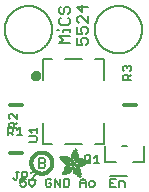
<source format=gbr>
G04 EAGLE Gerber RS-274X export*
G75*
%MOMM*%
%FSLAX34Y34*%
%LPD*%
%INSilkscreen Top*%
%IPPOS*%
%AMOC8*
5,1,8,0,0,1.08239X$1,22.5*%
G01*
%ADD10C,0.127000*%
%ADD11C,0.406400*%
%ADD12C,0.152400*%
%ADD13C,0.304800*%
%ADD14C,0.203200*%
%ADD15R,0.034300X0.003800*%
%ADD16R,0.057200X0.003800*%
%ADD17R,0.076200X0.003800*%
%ADD18R,0.091400X0.003800*%
%ADD19R,0.102900X0.003800*%
%ADD20R,0.114300X0.003900*%
%ADD21R,0.129500X0.003800*%
%ADD22R,0.137200X0.003800*%
%ADD23R,0.144800X0.003800*%
%ADD24R,0.152400X0.003800*%
%ADD25R,0.160000X0.003800*%
%ADD26R,0.171500X0.003800*%
%ADD27R,0.175300X0.003800*%
%ADD28R,0.182900X0.003800*%
%ADD29R,0.190500X0.003800*%
%ADD30R,0.194300X0.003900*%
%ADD31R,0.201900X0.003800*%
%ADD32R,0.209500X0.003800*%
%ADD33R,0.213400X0.003800*%
%ADD34R,0.221000X0.003800*%
%ADD35R,0.224800X0.003800*%
%ADD36R,0.232400X0.003800*%
%ADD37R,0.240000X0.003800*%
%ADD38R,0.243800X0.003800*%
%ADD39R,0.247600X0.003800*%
%ADD40R,0.255300X0.003900*%
%ADD41R,0.259100X0.003800*%
%ADD42R,0.262900X0.003800*%
%ADD43R,0.270500X0.003800*%
%ADD44R,0.274300X0.003800*%
%ADD45R,0.281900X0.003800*%
%ADD46R,0.285700X0.003800*%
%ADD47R,0.289500X0.003800*%
%ADD48R,0.297200X0.003800*%
%ADD49R,0.301000X0.003800*%
%ADD50R,0.304800X0.003900*%
%ADD51R,0.312400X0.003800*%
%ADD52R,0.316200X0.003800*%
%ADD53R,0.320000X0.003800*%
%ADD54R,0.327600X0.003800*%
%ADD55R,0.331500X0.003800*%
%ADD56R,0.339100X0.003800*%
%ADD57R,0.342900X0.003800*%
%ADD58R,0.346700X0.003800*%
%ADD59R,0.354300X0.003800*%
%ADD60R,0.358100X0.003900*%
%ADD61R,0.361900X0.003800*%
%ADD62R,0.369600X0.003800*%
%ADD63R,0.373400X0.003800*%
%ADD64R,0.377200X0.003800*%
%ADD65R,0.384800X0.003800*%
%ADD66R,0.388600X0.003800*%
%ADD67R,0.396200X0.003800*%
%ADD68R,0.400000X0.003800*%
%ADD69R,0.403800X0.003800*%
%ADD70R,0.411500X0.003900*%
%ADD71R,0.415300X0.003800*%
%ADD72R,0.419100X0.003800*%
%ADD73R,0.045700X0.003800*%
%ADD74R,0.426700X0.003800*%
%ADD75R,0.072400X0.003800*%
%ADD76R,0.430500X0.003800*%
%ADD77R,0.095300X0.003800*%
%ADD78R,0.438100X0.003800*%
%ADD79R,0.110500X0.003800*%
%ADD80R,0.441900X0.003800*%
%ADD81R,0.445800X0.003800*%
%ADD82R,0.144700X0.003800*%
%ADD83R,0.453400X0.003800*%
%ADD84R,0.457200X0.003800*%
%ADD85R,0.175300X0.003900*%
%ADD86R,0.461000X0.003900*%
%ADD87R,0.468600X0.003800*%
%ADD88R,0.205800X0.003800*%
%ADD89R,0.472400X0.003800*%
%ADD90R,0.217200X0.003800*%
%ADD91R,0.476200X0.003800*%
%ADD92R,0.483900X0.003800*%
%ADD93R,0.247700X0.003800*%
%ADD94R,0.487700X0.003800*%
%ADD95R,0.495300X0.003800*%
%ADD96R,0.499100X0.003800*%
%ADD97R,0.502900X0.003800*%
%ADD98R,0.510500X0.003800*%
%ADD99R,0.308600X0.003900*%
%ADD100R,0.514300X0.003900*%
%ADD101R,0.323800X0.003800*%
%ADD102R,0.518100X0.003800*%
%ADD103R,0.335300X0.003800*%
%ADD104R,0.525800X0.003800*%
%ADD105R,0.529600X0.003800*%
%ADD106R,0.358100X0.003800*%
%ADD107R,0.533400X0.003800*%
%ADD108R,0.537200X0.003800*%
%ADD109R,0.381000X0.003800*%
%ADD110R,0.544800X0.003800*%
%ADD111R,0.392400X0.003800*%
%ADD112R,0.548600X0.003800*%
%ADD113R,0.552400X0.003800*%
%ADD114R,0.556200X0.003800*%
%ADD115R,0.422900X0.003900*%
%ADD116R,0.560100X0.003900*%
%ADD117R,0.434300X0.003800*%
%ADD118R,0.563900X0.003800*%
%ADD119R,0.567700X0.003800*%
%ADD120R,0.461000X0.003800*%
%ADD121R,0.571500X0.003800*%
%ADD122R,0.575300X0.003800*%
%ADD123R,0.480100X0.003800*%
%ADD124R,0.579100X0.003800*%
%ADD125R,0.491500X0.003800*%
%ADD126R,0.582900X0.003800*%
%ADD127R,0.586700X0.003800*%
%ADD128R,0.510600X0.003800*%
%ADD129R,0.590500X0.003800*%
%ADD130R,0.522000X0.003800*%
%ADD131R,0.594300X0.003800*%
%ADD132R,0.533400X0.003900*%
%ADD133R,0.598200X0.003900*%
%ADD134R,0.541000X0.003800*%
%ADD135R,0.602000X0.003800*%
%ADD136R,0.552500X0.003800*%
%ADD137R,0.605800X0.003800*%
%ADD138R,0.560100X0.003800*%
%ADD139R,0.609600X0.003800*%
%ADD140R,0.613400X0.003800*%
%ADD141R,0.583000X0.003800*%
%ADD142R,0.617200X0.003800*%
%ADD143R,0.594400X0.003800*%
%ADD144R,0.621000X0.003800*%
%ADD145R,0.598200X0.003800*%
%ADD146R,0.624800X0.003800*%
%ADD147R,0.613500X0.003900*%
%ADD148R,0.628600X0.003900*%
%ADD149R,0.632400X0.003800*%
%ADD150R,0.628600X0.003800*%
%ADD151R,0.636300X0.003800*%
%ADD152R,0.640100X0.003800*%
%ADD153R,0.636200X0.003800*%
%ADD154R,0.643900X0.003800*%
%ADD155R,0.647700X0.003800*%
%ADD156R,0.651500X0.003800*%
%ADD157R,0.659100X0.003800*%
%ADD158R,0.659100X0.003900*%
%ADD159R,0.655300X0.003900*%
%ADD160R,0.662900X0.003800*%
%ADD161R,0.655300X0.003800*%
%ADD162R,0.670500X0.003800*%
%ADD163R,0.670600X0.003800*%
%ADD164R,0.674400X0.003800*%
%ADD165R,0.682000X0.003800*%
%ADD166R,0.666700X0.003800*%
%ADD167R,0.685800X0.003800*%
%ADD168R,0.689600X0.003800*%
%ADD169R,0.693400X0.003900*%
%ADD170R,0.674400X0.003900*%
%ADD171R,0.697200X0.003800*%
%ADD172R,0.678200X0.003800*%
%ADD173R,0.697300X0.003800*%
%ADD174R,0.701100X0.003800*%
%ADD175R,0.704900X0.003800*%
%ADD176R,0.708700X0.003800*%
%ADD177R,0.712500X0.003800*%
%ADD178R,0.716300X0.003800*%
%ADD179R,0.720100X0.003900*%
%ADD180R,0.689600X0.003900*%
%ADD181R,0.720000X0.003800*%
%ADD182R,0.693400X0.003800*%
%ADD183R,0.723900X0.003800*%
%ADD184R,0.727700X0.003800*%
%ADD185R,0.731500X0.003800*%
%ADD186R,0.701000X0.003800*%
%ADD187R,0.735300X0.003800*%
%ADD188R,0.731500X0.003900*%
%ADD189R,0.701000X0.003900*%
%ADD190R,0.704800X0.003800*%
%ADD191R,0.739100X0.003800*%
%ADD192R,0.743000X0.003800*%
%ADD193R,0.739200X0.003800*%
%ADD194R,0.743000X0.003900*%
%ADD195R,0.704800X0.003900*%
%ADD196R,0.746800X0.003800*%
%ADD197R,0.746800X0.003900*%
%ADD198R,0.742900X0.003800*%
%ADD199R,0.746700X0.003800*%
%ADD200R,0.746700X0.003900*%
%ADD201R,1.428800X0.003800*%
%ADD202R,1.424900X0.003800*%
%ADD203R,1.421100X0.003900*%
%ADD204R,1.421100X0.003800*%
%ADD205R,1.417300X0.003800*%
%ADD206R,1.413500X0.003800*%
%ADD207R,1.409700X0.003800*%
%ADD208R,1.405900X0.003800*%
%ADD209R,1.402100X0.003800*%
%ADD210R,1.398300X0.003800*%
%ADD211R,0.983000X0.003900*%
%ADD212R,0.384800X0.003900*%
%ADD213R,0.971600X0.003800*%
%ADD214R,0.963900X0.003800*%
%ADD215R,0.956300X0.003800*%
%ADD216R,0.365800X0.003800*%
%ADD217R,0.952500X0.003800*%
%ADD218R,0.941000X0.003800*%
%ADD219R,0.358200X0.003800*%
%ADD220R,0.937200X0.003800*%
%ADD221R,0.933400X0.003800*%
%ADD222R,0.354400X0.003800*%
%ADD223R,0.925800X0.003800*%
%ADD224R,0.350500X0.003800*%
%ADD225R,0.922000X0.003800*%
%ADD226R,0.918200X0.003900*%
%ADD227R,0.346700X0.003900*%
%ADD228R,0.910600X0.003800*%
%ADD229R,0.906800X0.003800*%
%ADD230R,0.903000X0.003800*%
%ADD231R,0.339000X0.003800*%
%ADD232R,0.895300X0.003800*%
%ADD233R,0.335200X0.003800*%
%ADD234R,0.887700X0.003800*%
%ADD235R,0.883900X0.003800*%
%ADD236R,0.331400X0.003800*%
%ADD237R,0.880100X0.003800*%
%ADD238R,0.876300X0.003800*%
%ADD239R,0.468600X0.003900*%
%ADD240R,0.396200X0.003900*%
%ADD241R,0.323800X0.003900*%
%ADD242R,0.449600X0.003800*%
%ADD243R,0.323900X0.003800*%
%ADD244R,0.442000X0.003800*%
%ADD245R,0.434400X0.003800*%
%ADD246R,0.320100X0.003800*%
%ADD247R,0.316300X0.003800*%
%ADD248R,0.426800X0.003800*%
%ADD249R,0.327700X0.003800*%
%ADD250R,0.312500X0.003800*%
%ADD251R,0.422900X0.003800*%
%ADD252R,0.308600X0.003800*%
%ADD253R,0.293400X0.003800*%
%ADD254R,0.304800X0.003800*%
%ADD255R,0.419100X0.003900*%
%ADD256R,0.285700X0.003900*%
%ADD257R,0.301000X0.003900*%
%ADD258R,0.411500X0.003800*%
%ADD259R,0.407700X0.003800*%
%ADD260R,0.289600X0.003800*%
%ADD261R,0.285800X0.003800*%
%ADD262R,0.403900X0.003800*%
%ADD263R,0.228600X0.003800*%
%ADD264R,0.403900X0.003900*%
%ADD265R,0.221000X0.003900*%
%ADD266R,0.278100X0.003900*%
%ADD267R,0.400100X0.003800*%
%ADD268R,0.209600X0.003800*%
%ADD269R,0.266700X0.003800*%
%ADD270R,0.038100X0.003800*%
%ADD271R,0.194300X0.003800*%
%ADD272R,0.148600X0.003800*%
%ADD273R,0.259000X0.003800*%
%ADD274R,0.182800X0.003800*%
%ADD275R,0.186700X0.003800*%
%ADD276R,0.251400X0.003800*%
%ADD277R,0.179100X0.003800*%
%ADD278R,0.236200X0.003800*%
%ADD279R,0.243900X0.003900*%
%ADD280R,0.282000X0.003900*%
%ADD281R,0.167700X0.003800*%
%ADD282R,0.236300X0.003800*%
%ADD283R,0.396300X0.003800*%
%ADD284R,0.163900X0.003800*%
%ADD285R,0.392500X0.003800*%
%ADD286R,0.160100X0.003800*%
%ADD287R,0.586800X0.003800*%
%ADD288R,0.148500X0.003800*%
%ADD289R,0.140900X0.003800*%
%ADD290R,0.392400X0.003900*%
%ADD291R,0.140900X0.003900*%
%ADD292R,0.647700X0.003900*%
%ADD293R,0.133300X0.003800*%
%ADD294R,0.674300X0.003800*%
%ADD295R,0.388700X0.003800*%
%ADD296R,0.125700X0.003800*%
%ADD297R,0.121900X0.003800*%
%ADD298R,0.720100X0.003800*%
%ADD299R,0.118100X0.003800*%
%ADD300R,0.118100X0.003900*%
%ADD301R,0.739100X0.003900*%
%ADD302R,0.114300X0.003800*%
%ADD303R,0.754400X0.003800*%
%ADD304R,0.765800X0.003800*%
%ADD305R,0.773400X0.003800*%
%ADD306R,0.784800X0.003800*%
%ADD307R,0.118200X0.003800*%
%ADD308R,0.792500X0.003800*%
%ADD309R,0.803900X0.003800*%
%ADD310R,0.122000X0.003800*%
%ADD311R,0.815400X0.003800*%
%ADD312R,0.125800X0.003800*%
%ADD313R,0.826800X0.003800*%
%ADD314R,0.369500X0.003900*%
%ADD315R,0.133400X0.003900*%
%ADD316R,0.842000X0.003900*%
%ADD317R,0.365700X0.003800*%
%ADD318R,1.009700X0.003800*%
%ADD319R,1.013500X0.003800*%
%ADD320R,0.362000X0.003800*%
%ADD321R,1.024900X0.003800*%
%ADD322R,1.028700X0.003800*%
%ADD323R,1.036300X0.003800*%
%ADD324R,1.047800X0.003800*%
%ADD325R,1.055400X0.003800*%
%ADD326R,1.070600X0.003800*%
%ADD327R,0.030500X0.003800*%
%ADD328R,1.436400X0.003800*%
%ADD329R,1.562100X0.003900*%
%ADD330R,1.588700X0.003800*%
%ADD331R,1.607800X0.003800*%
%ADD332R,1.626900X0.003800*%
%ADD333R,1.642100X0.003800*%
%ADD334R,1.657400X0.003800*%
%ADD335R,1.676400X0.003800*%
%ADD336R,1.687800X0.003800*%
%ADD337R,1.703000X0.003800*%
%ADD338R,1.714500X0.003800*%
%ADD339R,1.726000X0.003900*%
%ADD340R,1.741200X0.003800*%
%ADD341R,0.914400X0.003800*%
%ADD342R,0.769600X0.003800*%
%ADD343R,0.884000X0.003800*%
%ADD344R,0.712400X0.003800*%
%ADD345R,0.880100X0.003900*%
%ADD346R,0.887800X0.003800*%
%ADD347R,0.891600X0.003800*%
%ADD348R,0.895400X0.003800*%
%ADD349R,0.251500X0.003800*%
%ADD350R,0.579200X0.003900*%
%ADD351R,0.243900X0.003800*%
%ADD352R,0.556300X0.003800*%
%ADD353R,0.255200X0.003800*%
%ADD354R,0.529500X0.003800*%
%ADD355R,0.731600X0.003800*%
%ADD356R,0.525800X0.003900*%
%ADD357R,0.281900X0.003900*%
%ADD358R,0.735400X0.003900*%
%ADD359R,0.300900X0.003800*%
%ADD360R,0.762000X0.003800*%
%ADD361R,0.518200X0.003800*%
%ADD362R,0.350600X0.003800*%
%ADD363R,0.796300X0.003800*%
%ADD364R,0.807800X0.003800*%
%ADD365R,0.506700X0.003800*%
%ADD366R,0.849600X0.003800*%
%ADD367R,0.506700X0.003900*%
%ADD368R,1.371600X0.003900*%
%ADD369R,1.207800X0.003800*%
%ADD370R,0.503000X0.003800*%
%ADD371R,0.141000X0.003800*%
%ADD372R,1.203900X0.003800*%
%ADD373R,1.204000X0.003800*%
%ADD374R,1.200200X0.003800*%
%ADD375R,0.499100X0.003900*%
%ADD376R,0.156200X0.003900*%
%ADD377R,1.196400X0.003900*%
%ADD378R,1.196400X0.003800*%
%ADD379R,0.163800X0.003800*%
%ADD380R,0.167600X0.003800*%
%ADD381R,1.192500X0.003800*%
%ADD382R,0.499200X0.003800*%
%ADD383R,1.188700X0.003800*%
%ADD384R,0.506800X0.003800*%
%ADD385R,1.184900X0.003800*%
%ADD386R,0.510600X0.003900*%
%ADD387R,0.209600X0.003900*%
%ADD388R,1.181100X0.003900*%
%ADD389R,0.514400X0.003800*%
%ADD390R,1.181100X0.003800*%
%ADD391R,1.177300X0.003800*%
%ADD392R,0.240100X0.003800*%
%ADD393R,1.173500X0.003800*%
%ADD394R,1.169700X0.003800*%
%ADD395R,1.165900X0.003800*%
%ADD396R,1.162100X0.003800*%
%ADD397R,0.929700X0.003900*%
%ADD398R,1.162100X0.003900*%
%ADD399R,0.929700X0.003800*%
%ADD400R,1.154500X0.003800*%
%ADD401R,0.933500X0.003800*%
%ADD402R,1.150600X0.003800*%
%ADD403R,0.937300X0.003800*%
%ADD404R,1.146800X0.003800*%
%ADD405R,0.941100X0.003800*%
%ADD406R,1.139200X0.003800*%
%ADD407R,0.944900X0.003800*%
%ADD408R,1.135400X0.003800*%
%ADD409R,0.948700X0.003800*%
%ADD410R,1.127800X0.003800*%
%ADD411R,1.124000X0.003800*%
%ADD412R,1.116400X0.003800*%
%ADD413R,0.956300X0.003900*%
%ADD414R,1.104900X0.003900*%
%ADD415R,0.960100X0.003800*%
%ADD416R,1.093500X0.003800*%
%ADD417R,1.085900X0.003800*%
%ADD418R,0.967800X0.003800*%
%ADD419R,1.074500X0.003800*%
%ADD420R,1.063000X0.003800*%
%ADD421R,0.975400X0.003800*%
%ADD422R,1.036400X0.003800*%
%ADD423R,0.979200X0.003800*%
%ADD424R,1.021000X0.003800*%
%ADD425R,0.983000X0.003800*%
%ADD426R,1.009600X0.003800*%
%ADD427R,0.986800X0.003800*%
%ADD428R,0.998200X0.003800*%
%ADD429R,0.990600X0.003900*%
%ADD430R,0.986700X0.003900*%
%ADD431R,0.994400X0.003800*%
%ADD432R,0.975300X0.003800*%
%ADD433R,0.948600X0.003800*%
%ADD434R,1.002000X0.003800*%
%ADD435R,0.213300X0.003800*%
%ADD436R,0.217100X0.003800*%
%ADD437R,1.017300X0.003800*%
%ADD438R,0.666800X0.003800*%
%ADD439R,0.220900X0.003800*%
%ADD440R,1.028700X0.003900*%
%ADD441R,0.224700X0.003900*%
%ADD442R,1.032500X0.003800*%
%ADD443R,1.040100X0.003800*%
%ADD444R,1.043900X0.003800*%
%ADD445R,0.548700X0.003800*%
%ADD446R,1.051500X0.003800*%
%ADD447R,1.055300X0.003800*%
%ADD448R,1.059100X0.003800*%
%ADD449R,1.062900X0.003800*%
%ADD450R,0.255300X0.003800*%
%ADD451R,1.066800X0.003900*%
%ADD452R,0.259100X0.003900*%
%ADD453R,0.457200X0.003900*%
%ADD454R,0.423000X0.003800*%
%ADD455R,1.082100X0.003800*%
%ADD456R,0.274400X0.003800*%
%ADD457R,0.278200X0.003800*%
%ADD458R,1.101100X0.003800*%
%ADD459R,0.278100X0.003800*%
%ADD460R,0.876300X0.003900*%
%ADD461R,0.236200X0.003900*%
%ADD462R,0.289600X0.003900*%
%ADD463R,0.247700X0.003900*%
%ADD464R,0.049500X0.003800*%
%ADD465R,0.640100X0.003900*%
%ADD466R,0.659200X0.003800*%
%ADD467R,0.663000X0.003800*%
%ADD468R,0.872500X0.003900*%
%ADD469R,0.666800X0.003900*%
%ADD470R,0.872500X0.003800*%
%ADD471R,0.868700X0.003800*%
%ADD472R,0.864900X0.003800*%
%ADD473R,0.861100X0.003800*%
%ADD474R,0.857300X0.003800*%
%ADD475R,0.853400X0.003800*%
%ADD476R,0.845800X0.003800*%
%ADD477R,0.682000X0.003900*%
%ADD478R,0.842000X0.003800*%
%ADD479R,0.834400X0.003800*%
%ADD480R,0.823000X0.003800*%
%ADD481R,0.815300X0.003800*%
%ADD482R,0.811500X0.003800*%
%ADD483R,0.788700X0.003800*%
%ADD484R,0.777300X0.003900*%
%ADD485R,0.750600X0.003800*%
%ADD486R,0.735400X0.003800*%
%ADD487R,0.727800X0.003800*%
%ADD488R,0.628700X0.003800*%
%ADD489R,0.575400X0.003800*%
%ADD490R,0.670600X0.003900*%
%ADD491R,0.655400X0.003800*%
%ADD492R,0.651500X0.003900*%
%ADD493R,0.624800X0.003900*%
%ADD494R,0.594400X0.003900*%
%ADD495R,0.563900X0.003900*%
%ADD496R,0.541100X0.003800*%
%ADD497R,0.537300X0.003800*%
%ADD498R,0.525700X0.003800*%
%ADD499R,0.525700X0.003900*%
%ADD500R,0.514300X0.003800*%
%ADD501R,0.480100X0.003900*%
%ADD502R,0.464800X0.003800*%
%ADD503R,0.442000X0.003900*%
%ADD504R,0.438200X0.003800*%
%ADD505R,0.430600X0.003800*%
%ADD506R,0.407600X0.003800*%
%ADD507R,0.403800X0.003900*%
%ADD508R,0.365700X0.003900*%
%ADD509R,0.327700X0.003900*%
%ADD510R,0.243800X0.003900*%
%ADD511R,0.205800X0.003900*%
%ADD512R,0.198100X0.003800*%
%ADD513R,0.163800X0.003900*%
%ADD514R,0.137100X0.003800*%
%ADD515R,0.091500X0.003900*%
%ADD516R,0.060900X0.003800*%


D10*
X60325Y153664D02*
X51427Y153664D01*
X54393Y156630D01*
X51427Y159596D01*
X60325Y159596D01*
X54393Y163019D02*
X54393Y164502D01*
X60325Y164502D01*
X60325Y163019D02*
X60325Y165985D01*
X51427Y164502D02*
X49944Y164502D01*
X51427Y173705D02*
X52910Y175187D01*
X51427Y173705D02*
X51427Y170739D01*
X52910Y169256D01*
X58842Y169256D01*
X60325Y170739D01*
X60325Y173705D01*
X58842Y175187D01*
X51427Y183060D02*
X52910Y184543D01*
X51427Y183060D02*
X51427Y180094D01*
X52910Y178611D01*
X54393Y178611D01*
X55876Y180094D01*
X55876Y183060D01*
X57359Y184543D01*
X58842Y184543D01*
X60325Y183060D01*
X60325Y180094D01*
X58842Y178611D01*
X66667Y158036D02*
X66667Y152105D01*
X71116Y152105D01*
X69633Y155070D01*
X69633Y156553D01*
X71116Y158036D01*
X74082Y158036D01*
X75565Y156553D01*
X75565Y153588D01*
X74082Y152105D01*
X66667Y161460D02*
X66667Y167392D01*
X66667Y161460D02*
X71116Y161460D01*
X69633Y164426D01*
X69633Y165909D01*
X71116Y167392D01*
X74082Y167392D01*
X75565Y165909D01*
X75565Y162943D01*
X74082Y161460D01*
X75565Y170815D02*
X75565Y176747D01*
X75565Y170815D02*
X69633Y176747D01*
X68150Y176747D01*
X66667Y175264D01*
X66667Y172298D01*
X68150Y170815D01*
X66667Y184619D02*
X75565Y184619D01*
X71116Y180170D02*
X66667Y184619D01*
X71116Y186102D02*
X71116Y180170D01*
X69351Y36707D02*
X69351Y32131D01*
X69351Y36707D02*
X71639Y38995D01*
X73927Y36707D01*
X73927Y32131D01*
X73927Y35563D02*
X69351Y35563D01*
X77979Y32131D02*
X80267Y32131D01*
X81411Y33275D01*
X81411Y35563D01*
X80267Y36707D01*
X77979Y36707D01*
X76835Y35563D01*
X76835Y33275D01*
X77979Y32131D01*
X44785Y37851D02*
X43641Y38995D01*
X41353Y38995D01*
X40209Y37851D01*
X40209Y33275D01*
X41353Y32131D01*
X43641Y32131D01*
X44785Y33275D01*
X44785Y35563D01*
X42497Y35563D01*
X47693Y32131D02*
X47693Y38995D01*
X52269Y32131D01*
X52269Y38995D01*
X55177Y38995D02*
X55177Y32131D01*
X58609Y32131D01*
X59753Y33275D01*
X59753Y37851D01*
X58609Y38995D01*
X55177Y38995D01*
X23127Y38995D02*
X18551Y38995D01*
X18551Y35563D01*
X20839Y36707D01*
X21983Y36707D01*
X23127Y35563D01*
X23127Y33275D01*
X21983Y32131D01*
X19695Y32131D01*
X18551Y33275D01*
X26035Y34419D02*
X26035Y38995D01*
X26035Y34419D02*
X28323Y32131D01*
X30611Y34419D01*
X30611Y38995D01*
X94116Y41529D02*
X109084Y41529D01*
X99327Y38995D02*
X94751Y38995D01*
X94751Y32131D01*
X99327Y32131D01*
X97039Y35563D02*
X94751Y35563D01*
X102235Y36707D02*
X102235Y32131D01*
X102235Y36707D02*
X105667Y36707D01*
X106811Y35563D01*
X106811Y32131D01*
D11*
X29500Y126140D02*
X29502Y126229D01*
X29508Y126318D01*
X29518Y126407D01*
X29532Y126495D01*
X29549Y126582D01*
X29571Y126668D01*
X29597Y126754D01*
X29626Y126838D01*
X29659Y126921D01*
X29695Y127002D01*
X29736Y127082D01*
X29779Y127159D01*
X29826Y127235D01*
X29877Y127308D01*
X29930Y127379D01*
X29987Y127448D01*
X30047Y127514D01*
X30110Y127578D01*
X30175Y127638D01*
X30243Y127696D01*
X30314Y127750D01*
X30387Y127801D01*
X30462Y127849D01*
X30539Y127894D01*
X30618Y127935D01*
X30699Y127972D01*
X30781Y128006D01*
X30865Y128037D01*
X30950Y128063D01*
X31036Y128086D01*
X31123Y128104D01*
X31211Y128119D01*
X31300Y128130D01*
X31389Y128137D01*
X31478Y128140D01*
X31567Y128139D01*
X31656Y128134D01*
X31744Y128125D01*
X31833Y128112D01*
X31920Y128095D01*
X32007Y128075D01*
X32093Y128050D01*
X32177Y128022D01*
X32260Y127990D01*
X32342Y127954D01*
X32422Y127915D01*
X32500Y127872D01*
X32576Y127826D01*
X32650Y127776D01*
X32722Y127723D01*
X32791Y127667D01*
X32858Y127608D01*
X32922Y127546D01*
X32983Y127482D01*
X33042Y127414D01*
X33097Y127344D01*
X33149Y127272D01*
X33198Y127197D01*
X33243Y127121D01*
X33285Y127042D01*
X33323Y126962D01*
X33358Y126880D01*
X33389Y126796D01*
X33417Y126711D01*
X33440Y126625D01*
X33460Y126538D01*
X33476Y126451D01*
X33488Y126362D01*
X33496Y126274D01*
X33500Y126185D01*
X33500Y126095D01*
X33496Y126006D01*
X33488Y125918D01*
X33476Y125829D01*
X33460Y125742D01*
X33440Y125655D01*
X33417Y125569D01*
X33389Y125484D01*
X33358Y125400D01*
X33323Y125318D01*
X33285Y125238D01*
X33243Y125159D01*
X33198Y125083D01*
X33149Y125008D01*
X33097Y124936D01*
X33042Y124866D01*
X32983Y124798D01*
X32922Y124734D01*
X32858Y124672D01*
X32791Y124613D01*
X32722Y124557D01*
X32650Y124504D01*
X32576Y124454D01*
X32500Y124408D01*
X32422Y124365D01*
X32342Y124326D01*
X32260Y124290D01*
X32177Y124258D01*
X32093Y124230D01*
X32007Y124205D01*
X31920Y124185D01*
X31833Y124168D01*
X31744Y124155D01*
X31656Y124146D01*
X31567Y124141D01*
X31478Y124140D01*
X31389Y124143D01*
X31300Y124150D01*
X31211Y124161D01*
X31123Y124176D01*
X31036Y124194D01*
X30950Y124217D01*
X30865Y124243D01*
X30781Y124274D01*
X30699Y124308D01*
X30618Y124345D01*
X30539Y124386D01*
X30462Y124431D01*
X30387Y124479D01*
X30314Y124530D01*
X30243Y124584D01*
X30175Y124642D01*
X30110Y124702D01*
X30047Y124766D01*
X29987Y124832D01*
X29930Y124901D01*
X29877Y124972D01*
X29826Y125045D01*
X29779Y125121D01*
X29736Y125198D01*
X29695Y125278D01*
X29659Y125359D01*
X29626Y125442D01*
X29597Y125526D01*
X29571Y125612D01*
X29549Y125698D01*
X29532Y125785D01*
X29518Y125873D01*
X29508Y125962D01*
X29502Y126051D01*
X29500Y126140D01*
D10*
X37500Y68140D02*
X45500Y68140D01*
X37500Y68140D02*
X37500Y86140D01*
X37500Y122140D02*
X37500Y140140D01*
X45500Y140140D01*
X89500Y140140D02*
X89500Y122140D01*
X89500Y140140D02*
X81500Y140140D01*
X89500Y86140D02*
X89500Y68140D01*
X81500Y68140D01*
X70500Y68140D02*
X56500Y68140D01*
X56500Y140140D02*
X70500Y140140D01*
D12*
X31556Y70282D02*
X26048Y70282D01*
X31556Y70282D02*
X32658Y71384D01*
X32658Y73587D01*
X31556Y74688D01*
X26048Y74688D01*
X28252Y77766D02*
X26048Y79969D01*
X32658Y79969D01*
X32658Y77766D02*
X32658Y82173D01*
D13*
X20320Y101600D02*
X10160Y101600D01*
D12*
X8382Y82302D02*
X8382Y75692D01*
X8382Y82302D02*
X11687Y82302D01*
X12788Y81200D01*
X12788Y78997D01*
X11687Y77895D01*
X8382Y77895D01*
X10585Y77895D02*
X12788Y75692D01*
X15866Y80098D02*
X18069Y82302D01*
X18069Y75692D01*
X15866Y75692D02*
X20273Y75692D01*
D14*
X5400Y165100D02*
X5406Y165591D01*
X5424Y166081D01*
X5454Y166571D01*
X5496Y167060D01*
X5550Y167548D01*
X5616Y168035D01*
X5694Y168519D01*
X5784Y169002D01*
X5886Y169482D01*
X5999Y169960D01*
X6124Y170434D01*
X6261Y170906D01*
X6409Y171374D01*
X6569Y171838D01*
X6740Y172298D01*
X6922Y172754D01*
X7116Y173205D01*
X7320Y173651D01*
X7536Y174092D01*
X7762Y174528D01*
X7998Y174958D01*
X8245Y175382D01*
X8503Y175800D01*
X8771Y176211D01*
X9048Y176616D01*
X9336Y177014D01*
X9633Y177405D01*
X9940Y177788D01*
X10256Y178163D01*
X10581Y178531D01*
X10915Y178891D01*
X11258Y179242D01*
X11609Y179585D01*
X11969Y179919D01*
X12337Y180244D01*
X12712Y180560D01*
X13095Y180867D01*
X13486Y181164D01*
X13884Y181452D01*
X14289Y181729D01*
X14700Y181997D01*
X15118Y182255D01*
X15542Y182502D01*
X15972Y182738D01*
X16408Y182964D01*
X16849Y183180D01*
X17295Y183384D01*
X17746Y183578D01*
X18202Y183760D01*
X18662Y183931D01*
X19126Y184091D01*
X19594Y184239D01*
X20066Y184376D01*
X20540Y184501D01*
X21018Y184614D01*
X21498Y184716D01*
X21981Y184806D01*
X22465Y184884D01*
X22952Y184950D01*
X23440Y185004D01*
X23929Y185046D01*
X24419Y185076D01*
X24909Y185094D01*
X25400Y185100D01*
X25891Y185094D01*
X26381Y185076D01*
X26871Y185046D01*
X27360Y185004D01*
X27848Y184950D01*
X28335Y184884D01*
X28819Y184806D01*
X29302Y184716D01*
X29782Y184614D01*
X30260Y184501D01*
X30734Y184376D01*
X31206Y184239D01*
X31674Y184091D01*
X32138Y183931D01*
X32598Y183760D01*
X33054Y183578D01*
X33505Y183384D01*
X33951Y183180D01*
X34392Y182964D01*
X34828Y182738D01*
X35258Y182502D01*
X35682Y182255D01*
X36100Y181997D01*
X36511Y181729D01*
X36916Y181452D01*
X37314Y181164D01*
X37705Y180867D01*
X38088Y180560D01*
X38463Y180244D01*
X38831Y179919D01*
X39191Y179585D01*
X39542Y179242D01*
X39885Y178891D01*
X40219Y178531D01*
X40544Y178163D01*
X40860Y177788D01*
X41167Y177405D01*
X41464Y177014D01*
X41752Y176616D01*
X42029Y176211D01*
X42297Y175800D01*
X42555Y175382D01*
X42802Y174958D01*
X43038Y174528D01*
X43264Y174092D01*
X43480Y173651D01*
X43684Y173205D01*
X43878Y172754D01*
X44060Y172298D01*
X44231Y171838D01*
X44391Y171374D01*
X44539Y170906D01*
X44676Y170434D01*
X44801Y169960D01*
X44914Y169482D01*
X45016Y169002D01*
X45106Y168519D01*
X45184Y168035D01*
X45250Y167548D01*
X45304Y167060D01*
X45346Y166571D01*
X45376Y166081D01*
X45394Y165591D01*
X45400Y165100D01*
X45394Y164609D01*
X45376Y164119D01*
X45346Y163629D01*
X45304Y163140D01*
X45250Y162652D01*
X45184Y162165D01*
X45106Y161681D01*
X45016Y161198D01*
X44914Y160718D01*
X44801Y160240D01*
X44676Y159766D01*
X44539Y159294D01*
X44391Y158826D01*
X44231Y158362D01*
X44060Y157902D01*
X43878Y157446D01*
X43684Y156995D01*
X43480Y156549D01*
X43264Y156108D01*
X43038Y155672D01*
X42802Y155242D01*
X42555Y154818D01*
X42297Y154400D01*
X42029Y153989D01*
X41752Y153584D01*
X41464Y153186D01*
X41167Y152795D01*
X40860Y152412D01*
X40544Y152037D01*
X40219Y151669D01*
X39885Y151309D01*
X39542Y150958D01*
X39191Y150615D01*
X38831Y150281D01*
X38463Y149956D01*
X38088Y149640D01*
X37705Y149333D01*
X37314Y149036D01*
X36916Y148748D01*
X36511Y148471D01*
X36100Y148203D01*
X35682Y147945D01*
X35258Y147698D01*
X34828Y147462D01*
X34392Y147236D01*
X33951Y147020D01*
X33505Y146816D01*
X33054Y146622D01*
X32598Y146440D01*
X32138Y146269D01*
X31674Y146109D01*
X31206Y145961D01*
X30734Y145824D01*
X30260Y145699D01*
X29782Y145586D01*
X29302Y145484D01*
X28819Y145394D01*
X28335Y145316D01*
X27848Y145250D01*
X27360Y145196D01*
X26871Y145154D01*
X26381Y145124D01*
X25891Y145106D01*
X25400Y145100D01*
X24909Y145106D01*
X24419Y145124D01*
X23929Y145154D01*
X23440Y145196D01*
X22952Y145250D01*
X22465Y145316D01*
X21981Y145394D01*
X21498Y145484D01*
X21018Y145586D01*
X20540Y145699D01*
X20066Y145824D01*
X19594Y145961D01*
X19126Y146109D01*
X18662Y146269D01*
X18202Y146440D01*
X17746Y146622D01*
X17295Y146816D01*
X16849Y147020D01*
X16408Y147236D01*
X15972Y147462D01*
X15542Y147698D01*
X15118Y147945D01*
X14700Y148203D01*
X14289Y148471D01*
X13884Y148748D01*
X13486Y149036D01*
X13095Y149333D01*
X12712Y149640D01*
X12337Y149956D01*
X11969Y150281D01*
X11609Y150615D01*
X11258Y150958D01*
X10915Y151309D01*
X10581Y151669D01*
X10256Y152037D01*
X9940Y152412D01*
X9633Y152795D01*
X9336Y153186D01*
X9048Y153584D01*
X8771Y153989D01*
X8503Y154400D01*
X8245Y154818D01*
X7998Y155242D01*
X7762Y155672D01*
X7536Y156108D01*
X7320Y156549D01*
X7116Y156995D01*
X6922Y157446D01*
X6740Y157902D01*
X6569Y158362D01*
X6409Y158826D01*
X6261Y159294D01*
X6124Y159766D01*
X5999Y160240D01*
X5886Y160718D01*
X5784Y161198D01*
X5694Y161681D01*
X5616Y162165D01*
X5550Y162652D01*
X5496Y163140D01*
X5454Y163629D01*
X5424Y164119D01*
X5406Y164609D01*
X5400Y165100D01*
X81600Y165100D02*
X81606Y165591D01*
X81624Y166081D01*
X81654Y166571D01*
X81696Y167060D01*
X81750Y167548D01*
X81816Y168035D01*
X81894Y168519D01*
X81984Y169002D01*
X82086Y169482D01*
X82199Y169960D01*
X82324Y170434D01*
X82461Y170906D01*
X82609Y171374D01*
X82769Y171838D01*
X82940Y172298D01*
X83122Y172754D01*
X83316Y173205D01*
X83520Y173651D01*
X83736Y174092D01*
X83962Y174528D01*
X84198Y174958D01*
X84445Y175382D01*
X84703Y175800D01*
X84971Y176211D01*
X85248Y176616D01*
X85536Y177014D01*
X85833Y177405D01*
X86140Y177788D01*
X86456Y178163D01*
X86781Y178531D01*
X87115Y178891D01*
X87458Y179242D01*
X87809Y179585D01*
X88169Y179919D01*
X88537Y180244D01*
X88912Y180560D01*
X89295Y180867D01*
X89686Y181164D01*
X90084Y181452D01*
X90489Y181729D01*
X90900Y181997D01*
X91318Y182255D01*
X91742Y182502D01*
X92172Y182738D01*
X92608Y182964D01*
X93049Y183180D01*
X93495Y183384D01*
X93946Y183578D01*
X94402Y183760D01*
X94862Y183931D01*
X95326Y184091D01*
X95794Y184239D01*
X96266Y184376D01*
X96740Y184501D01*
X97218Y184614D01*
X97698Y184716D01*
X98181Y184806D01*
X98665Y184884D01*
X99152Y184950D01*
X99640Y185004D01*
X100129Y185046D01*
X100619Y185076D01*
X101109Y185094D01*
X101600Y185100D01*
X102091Y185094D01*
X102581Y185076D01*
X103071Y185046D01*
X103560Y185004D01*
X104048Y184950D01*
X104535Y184884D01*
X105019Y184806D01*
X105502Y184716D01*
X105982Y184614D01*
X106460Y184501D01*
X106934Y184376D01*
X107406Y184239D01*
X107874Y184091D01*
X108338Y183931D01*
X108798Y183760D01*
X109254Y183578D01*
X109705Y183384D01*
X110151Y183180D01*
X110592Y182964D01*
X111028Y182738D01*
X111458Y182502D01*
X111882Y182255D01*
X112300Y181997D01*
X112711Y181729D01*
X113116Y181452D01*
X113514Y181164D01*
X113905Y180867D01*
X114288Y180560D01*
X114663Y180244D01*
X115031Y179919D01*
X115391Y179585D01*
X115742Y179242D01*
X116085Y178891D01*
X116419Y178531D01*
X116744Y178163D01*
X117060Y177788D01*
X117367Y177405D01*
X117664Y177014D01*
X117952Y176616D01*
X118229Y176211D01*
X118497Y175800D01*
X118755Y175382D01*
X119002Y174958D01*
X119238Y174528D01*
X119464Y174092D01*
X119680Y173651D01*
X119884Y173205D01*
X120078Y172754D01*
X120260Y172298D01*
X120431Y171838D01*
X120591Y171374D01*
X120739Y170906D01*
X120876Y170434D01*
X121001Y169960D01*
X121114Y169482D01*
X121216Y169002D01*
X121306Y168519D01*
X121384Y168035D01*
X121450Y167548D01*
X121504Y167060D01*
X121546Y166571D01*
X121576Y166081D01*
X121594Y165591D01*
X121600Y165100D01*
X121594Y164609D01*
X121576Y164119D01*
X121546Y163629D01*
X121504Y163140D01*
X121450Y162652D01*
X121384Y162165D01*
X121306Y161681D01*
X121216Y161198D01*
X121114Y160718D01*
X121001Y160240D01*
X120876Y159766D01*
X120739Y159294D01*
X120591Y158826D01*
X120431Y158362D01*
X120260Y157902D01*
X120078Y157446D01*
X119884Y156995D01*
X119680Y156549D01*
X119464Y156108D01*
X119238Y155672D01*
X119002Y155242D01*
X118755Y154818D01*
X118497Y154400D01*
X118229Y153989D01*
X117952Y153584D01*
X117664Y153186D01*
X117367Y152795D01*
X117060Y152412D01*
X116744Y152037D01*
X116419Y151669D01*
X116085Y151309D01*
X115742Y150958D01*
X115391Y150615D01*
X115031Y150281D01*
X114663Y149956D01*
X114288Y149640D01*
X113905Y149333D01*
X113514Y149036D01*
X113116Y148748D01*
X112711Y148471D01*
X112300Y148203D01*
X111882Y147945D01*
X111458Y147698D01*
X111028Y147462D01*
X110592Y147236D01*
X110151Y147020D01*
X109705Y146816D01*
X109254Y146622D01*
X108798Y146440D01*
X108338Y146269D01*
X107874Y146109D01*
X107406Y145961D01*
X106934Y145824D01*
X106460Y145699D01*
X105982Y145586D01*
X105502Y145484D01*
X105019Y145394D01*
X104535Y145316D01*
X104048Y145250D01*
X103560Y145196D01*
X103071Y145154D01*
X102581Y145124D01*
X102091Y145106D01*
X101600Y145100D01*
X101109Y145106D01*
X100619Y145124D01*
X100129Y145154D01*
X99640Y145196D01*
X99152Y145250D01*
X98665Y145316D01*
X98181Y145394D01*
X97698Y145484D01*
X97218Y145586D01*
X96740Y145699D01*
X96266Y145824D01*
X95794Y145961D01*
X95326Y146109D01*
X94862Y146269D01*
X94402Y146440D01*
X93946Y146622D01*
X93495Y146816D01*
X93049Y147020D01*
X92608Y147236D01*
X92172Y147462D01*
X91742Y147698D01*
X91318Y147945D01*
X90900Y148203D01*
X90489Y148471D01*
X90084Y148748D01*
X89686Y149036D01*
X89295Y149333D01*
X88912Y149640D01*
X88537Y149956D01*
X88169Y150281D01*
X87809Y150615D01*
X87458Y150958D01*
X87115Y151309D01*
X86781Y151669D01*
X86456Y152037D01*
X86140Y152412D01*
X85833Y152795D01*
X85536Y153186D01*
X85248Y153584D01*
X84971Y153989D01*
X84703Y154400D01*
X84445Y154818D01*
X84198Y155242D01*
X83962Y155672D01*
X83736Y156108D01*
X83520Y156549D01*
X83316Y156995D01*
X83122Y157446D01*
X82940Y157902D01*
X82769Y158362D01*
X82609Y158826D01*
X82461Y159294D01*
X82324Y159766D01*
X82199Y160240D01*
X82086Y160718D01*
X81984Y161198D01*
X81894Y161681D01*
X81816Y162165D01*
X81750Y162652D01*
X81696Y163140D01*
X81654Y163629D01*
X81624Y164119D01*
X81606Y164609D01*
X81600Y165100D01*
D15*
X69139Y39370D03*
D16*
X69139Y39408D03*
D17*
X69120Y39446D03*
D18*
X69120Y39484D03*
D19*
X69139Y39522D03*
D20*
X69120Y39561D03*
D21*
X69120Y39599D03*
D22*
X69120Y39637D03*
D23*
X69120Y39675D03*
D24*
X69082Y39713D03*
D25*
X69082Y39751D03*
D26*
X69063Y39789D03*
D27*
X69044Y39827D03*
D28*
X69044Y39865D03*
D29*
X69006Y39903D03*
D30*
X68987Y39942D03*
D31*
X68987Y39980D03*
D32*
X68949Y40018D03*
D33*
X68929Y40056D03*
D34*
X68891Y40094D03*
D35*
X68872Y40132D03*
D36*
X68872Y40170D03*
D37*
X68834Y40208D03*
D38*
X68815Y40246D03*
D39*
X68796Y40284D03*
D40*
X68758Y40323D03*
D41*
X68739Y40361D03*
D42*
X68720Y40399D03*
D43*
X68682Y40437D03*
D44*
X68663Y40475D03*
D45*
X68625Y40513D03*
D46*
X68606Y40551D03*
D47*
X68587Y40589D03*
D48*
X68548Y40627D03*
D49*
X68529Y40665D03*
D50*
X68510Y40704D03*
D51*
X68472Y40742D03*
D52*
X68453Y40780D03*
D53*
X68434Y40818D03*
D54*
X68396Y40856D03*
D55*
X68377Y40894D03*
D56*
X68339Y40932D03*
D57*
X68320Y40970D03*
D58*
X68301Y41008D03*
D59*
X68263Y41046D03*
D60*
X68244Y41085D03*
D61*
X68225Y41123D03*
D62*
X68186Y41161D03*
D63*
X68167Y41199D03*
D64*
X68148Y41237D03*
D65*
X68110Y41275D03*
D66*
X68091Y41313D03*
D67*
X68053Y41351D03*
D68*
X68034Y41389D03*
D69*
X68015Y41427D03*
D70*
X67977Y41466D03*
D71*
X67958Y41504D03*
D72*
X67939Y41542D03*
D73*
X55176Y41580D03*
D74*
X67901Y41580D03*
D75*
X55194Y41618D03*
D76*
X67882Y41618D03*
D77*
X55233Y41656D03*
D78*
X67844Y41656D03*
D79*
X55271Y41694D03*
D80*
X67825Y41694D03*
D21*
X55290Y41732D03*
D81*
X67805Y41732D03*
D82*
X55328Y41770D03*
D83*
X67767Y41770D03*
D25*
X55366Y41808D03*
D84*
X67748Y41808D03*
D85*
X55404Y41847D03*
D86*
X67729Y41847D03*
D29*
X55442Y41885D03*
D87*
X67691Y41885D03*
D88*
X55480Y41923D03*
D89*
X67672Y41923D03*
D90*
X55537Y41961D03*
D91*
X67653Y41961D03*
D36*
X55575Y41999D03*
D92*
X67615Y41999D03*
D93*
X55614Y42037D03*
D94*
X67596Y42037D03*
D41*
X55671Y42075D03*
D95*
X67558Y42075D03*
D44*
X55709Y42113D03*
D96*
X67539Y42113D03*
D46*
X55766Y42151D03*
D97*
X67520Y42151D03*
D48*
X55823Y42189D03*
D98*
X67482Y42189D03*
D99*
X55880Y42228D03*
D100*
X67463Y42228D03*
D101*
X55918Y42266D03*
D102*
X67444Y42266D03*
D103*
X55976Y42304D03*
D104*
X67405Y42304D03*
D58*
X56033Y42342D03*
D105*
X67386Y42342D03*
D106*
X56090Y42380D03*
D107*
X67367Y42380D03*
D62*
X56147Y42418D03*
D108*
X67348Y42418D03*
D109*
X56204Y42456D03*
D110*
X67310Y42456D03*
D111*
X56261Y42494D03*
D112*
X67291Y42494D03*
D69*
X56318Y42532D03*
D113*
X67272Y42532D03*
D71*
X56376Y42570D03*
D114*
X67253Y42570D03*
D115*
X56452Y42609D03*
D116*
X67234Y42609D03*
D117*
X56509Y42647D03*
D118*
X67215Y42647D03*
D81*
X56566Y42685D03*
D119*
X67196Y42685D03*
D120*
X56642Y42723D03*
D121*
X67177Y42723D03*
D89*
X56699Y42761D03*
D122*
X67158Y42761D03*
D123*
X56776Y42799D03*
D124*
X67139Y42799D03*
D125*
X56833Y42837D03*
D126*
X67120Y42837D03*
D97*
X56890Y42875D03*
D127*
X67101Y42875D03*
D128*
X56966Y42913D03*
D129*
X67082Y42913D03*
D130*
X57023Y42951D03*
D131*
X67063Y42951D03*
D132*
X57080Y42990D03*
D133*
X67043Y42990D03*
D134*
X57156Y43028D03*
D135*
X67024Y43028D03*
D136*
X57214Y43066D03*
D137*
X67005Y43066D03*
D138*
X57252Y43104D03*
D137*
X67005Y43104D03*
D121*
X57309Y43142D03*
D139*
X66986Y43142D03*
D122*
X57366Y43180D03*
D140*
X66967Y43180D03*
D141*
X57404Y43218D03*
D142*
X66948Y43218D03*
D143*
X57461Y43256D03*
D144*
X66929Y43256D03*
D145*
X57518Y43294D03*
D144*
X66929Y43294D03*
D137*
X57556Y43332D03*
D146*
X66910Y43332D03*
D147*
X57595Y43371D03*
D148*
X66891Y43371D03*
D140*
X57633Y43409D03*
D149*
X66872Y43409D03*
D144*
X57671Y43447D03*
D149*
X66872Y43447D03*
D150*
X57709Y43485D03*
D151*
X66853Y43485D03*
D149*
X57766Y43523D03*
D152*
X66834Y43523D03*
D153*
X57785Y43561D03*
D154*
X66815Y43561D03*
X57824Y43599D03*
X66815Y43599D03*
D155*
X57881Y43637D03*
X66796Y43637D03*
D156*
X57900Y43675D03*
X66777Y43675D03*
D157*
X57938Y43713D03*
D156*
X66777Y43713D03*
D158*
X57976Y43752D03*
D159*
X66758Y43752D03*
D160*
X57995Y43790D03*
D161*
X66758Y43790D03*
D162*
X58033Y43828D03*
D157*
X66739Y43828D03*
D163*
X58071Y43866D03*
D160*
X66720Y43866D03*
D164*
X58090Y43904D03*
D160*
X66720Y43904D03*
D165*
X58128Y43942D03*
D166*
X66701Y43942D03*
D165*
X58166Y43980D03*
D166*
X66701Y43980D03*
D167*
X58185Y44018D03*
D162*
X66682Y44018D03*
D168*
X58204Y44056D03*
D162*
X66682Y44056D03*
D168*
X58242Y44094D03*
D164*
X66662Y44094D03*
D169*
X58261Y44133D03*
D170*
X66662Y44133D03*
D171*
X58280Y44171D03*
D172*
X66643Y44171D03*
D173*
X58319Y44209D03*
D172*
X66643Y44209D03*
D174*
X58338Y44247D03*
D172*
X66643Y44247D03*
D175*
X58357Y44285D03*
D165*
X66624Y44285D03*
D175*
X58395Y44323D03*
D165*
X66624Y44323D03*
D176*
X58414Y44361D03*
D167*
X66605Y44361D03*
D177*
X58433Y44399D03*
D167*
X66605Y44399D03*
D177*
X58471Y44437D03*
D167*
X66605Y44437D03*
D178*
X58490Y44475D03*
D168*
X66586Y44475D03*
D179*
X58509Y44514D03*
D180*
X66586Y44514D03*
D181*
X58547Y44552D03*
D182*
X66567Y44552D03*
D183*
X58567Y44590D03*
D182*
X66567Y44590D03*
D183*
X58567Y44628D03*
D182*
X66567Y44628D03*
D183*
X58605Y44666D03*
D182*
X66567Y44666D03*
D184*
X58624Y44704D03*
D171*
X66548Y44704D03*
D185*
X58643Y44742D03*
D171*
X66548Y44742D03*
D184*
X58662Y44780D03*
D171*
X66548Y44780D03*
D185*
X58681Y44818D03*
D186*
X66529Y44818D03*
D187*
X58700Y44856D03*
D186*
X66529Y44856D03*
D188*
X58719Y44895D03*
D189*
X66529Y44895D03*
D187*
X58738Y44933D03*
D186*
X66529Y44933D03*
D187*
X58738Y44971D03*
D190*
X66510Y44971D03*
D187*
X58776Y45009D03*
D186*
X66491Y45009D03*
D191*
X58795Y45047D03*
D186*
X66491Y45047D03*
D191*
X58795Y45085D03*
D186*
X66491Y45085D03*
D191*
X58833Y45123D03*
D186*
X66491Y45123D03*
D191*
X58833Y45161D03*
D186*
X66491Y45161D03*
D192*
X58852Y45199D03*
D190*
X66472Y45199D03*
D193*
X58871Y45237D03*
D190*
X66472Y45237D03*
D194*
X58890Y45276D03*
D195*
X66472Y45276D03*
D192*
X58890Y45314D03*
D190*
X66472Y45314D03*
D192*
X58928Y45352D03*
D190*
X66472Y45352D03*
D192*
X58928Y45390D03*
D190*
X66472Y45390D03*
D192*
X58928Y45428D03*
D190*
X66472Y45428D03*
D192*
X58966Y45466D03*
D186*
X66453Y45466D03*
D192*
X58966Y45504D03*
D186*
X66453Y45504D03*
D196*
X58985Y45542D03*
D186*
X66453Y45542D03*
D192*
X59004Y45580D03*
D186*
X66453Y45580D03*
D192*
X59004Y45618D03*
D186*
X66453Y45618D03*
D197*
X59023Y45657D03*
D189*
X66453Y45657D03*
D198*
X59043Y45695D03*
D186*
X66453Y45695D03*
D198*
X59043Y45733D03*
D171*
X66434Y45733D03*
D199*
X59062Y45771D03*
D171*
X66434Y45771D03*
D198*
X59081Y45809D03*
D171*
X66434Y45809D03*
D198*
X59081Y45847D03*
D171*
X66434Y45847D03*
D198*
X59081Y45885D03*
D171*
X66434Y45885D03*
D199*
X59100Y45923D03*
D182*
X66415Y45923D03*
D198*
X59119Y45961D03*
D182*
X66415Y45961D03*
D198*
X59119Y45999D03*
D182*
X66415Y45999D03*
D200*
X59138Y46038D03*
D169*
X66415Y46038D03*
D198*
X59157Y46076D03*
D168*
X66396Y46076D03*
D198*
X59157Y46114D03*
D168*
X66396Y46114D03*
D199*
X59176Y46152D03*
D168*
X66396Y46152D03*
D198*
X59195Y46190D03*
D168*
X66396Y46190D03*
D198*
X59195Y46228D03*
D167*
X66377Y46228D03*
D198*
X59195Y46266D03*
D167*
X66377Y46266D03*
D201*
X62662Y46304D03*
X62662Y46342D03*
D202*
X62643Y46380D03*
D203*
X62662Y46419D03*
D204*
X62662Y46457D03*
D205*
X62643Y46495D03*
D206*
X62662Y46533D03*
X62662Y46571D03*
D207*
X62643Y46609D03*
D208*
X62662Y46647D03*
X62662Y46685D03*
D209*
X62643Y46723D03*
D210*
X62662Y46761D03*
D211*
X60585Y46800D03*
D212*
X67691Y46800D03*
D213*
X60528Y46838D03*
D64*
X67729Y46838D03*
D214*
X60529Y46876D03*
D63*
X67748Y46876D03*
D215*
X60491Y46914D03*
D216*
X67748Y46914D03*
D217*
X60472Y46952D03*
D216*
X67748Y46952D03*
D218*
X60452Y46990D03*
D219*
X67748Y46990D03*
D220*
X60433Y47028D03*
D219*
X67748Y47028D03*
D221*
X60414Y47066D03*
D222*
X67729Y47066D03*
D223*
X60414Y47104D03*
D224*
X67749Y47104D03*
D225*
X60395Y47142D03*
D58*
X67730Y47142D03*
D226*
X60376Y47181D03*
D227*
X67730Y47181D03*
D228*
X60376Y47219D03*
D57*
X67711Y47219D03*
D229*
X60357Y47257D03*
D57*
X67711Y47257D03*
D230*
X60338Y47295D03*
D231*
X67691Y47295D03*
D232*
X60338Y47333D03*
D231*
X67691Y47333D03*
D232*
X60338Y47371D03*
D233*
X67672Y47371D03*
D234*
X60338Y47409D03*
D233*
X67672Y47409D03*
D235*
X60319Y47447D03*
D236*
X67653Y47447D03*
D237*
X60300Y47485D03*
D54*
X67634Y47485D03*
D238*
X60319Y47523D03*
D54*
X67634Y47523D03*
D239*
X58280Y47562D03*
D240*
X62681Y47562D03*
D241*
X67615Y47562D03*
D242*
X58223Y47600D03*
D62*
X62776Y47600D03*
D243*
X67577Y47600D03*
D244*
X58185Y47638D03*
D106*
X62834Y47638D03*
D243*
X67577Y47638D03*
D245*
X58185Y47676D03*
D58*
X62853Y47676D03*
D246*
X67558Y47676D03*
D245*
X58185Y47714D03*
D103*
X62872Y47714D03*
D247*
X67539Y47714D03*
D248*
X58185Y47752D03*
D249*
X62910Y47752D03*
D250*
X67520Y47752D03*
D248*
X58185Y47790D03*
D247*
X62929Y47790D03*
D250*
X67520Y47790D03*
D251*
X58205Y47828D03*
D252*
X62967Y47828D03*
D250*
X67482Y47828D03*
D251*
X58205Y47866D03*
D49*
X62967Y47866D03*
D252*
X67462Y47866D03*
D72*
X58224Y47904D03*
D253*
X63005Y47904D03*
D254*
X67443Y47904D03*
D255*
X58224Y47943D03*
D256*
X63005Y47943D03*
D257*
X67424Y47943D03*
D71*
X58243Y47981D03*
D44*
X63024Y47981D03*
D49*
X67386Y47981D03*
D71*
X58243Y48019D03*
D43*
X63043Y48019D03*
D48*
X67367Y48019D03*
D258*
X58262Y48057D03*
D42*
X63043Y48057D03*
D253*
X67348Y48057D03*
D258*
X58262Y48095D03*
D41*
X63062Y48095D03*
D253*
X67310Y48095D03*
D259*
X58281Y48133D03*
D39*
X63081Y48133D03*
D260*
X67291Y48133D03*
D259*
X58319Y48171D03*
D38*
X63100Y48171D03*
D261*
X67272Y48171D03*
D259*
X58319Y48209D03*
D37*
X63119Y48209D03*
D261*
X67234Y48209D03*
D262*
X58338Y48247D03*
D36*
X63119Y48247D03*
D45*
X67215Y48247D03*
D259*
X58357Y48285D03*
D263*
X63138Y48285D03*
D45*
X67177Y48285D03*
D264*
X58376Y48324D03*
D265*
X63138Y48324D03*
D266*
X67158Y48324D03*
D267*
X58395Y48362D03*
D90*
X63157Y48362D03*
D43*
X67120Y48362D03*
D262*
X58414Y48400D03*
D268*
X63157Y48400D03*
D43*
X67082Y48400D03*
D267*
X58433Y48438D03*
D88*
X63176Y48438D03*
D269*
X67063Y48438D03*
D270*
X69539Y48438D03*
D68*
X58471Y48476D03*
D31*
X63196Y48476D03*
D42*
X67006Y48476D03*
D79*
X69558Y48476D03*
D68*
X58471Y48514D03*
D271*
X63196Y48514D03*
D41*
X66987Y48514D03*
D272*
X69558Y48514D03*
D68*
X58509Y48552D03*
D29*
X63215Y48552D03*
D273*
X66948Y48552D03*
D274*
X69577Y48552D03*
D67*
X58528Y48590D03*
D275*
X63234Y48590D03*
D276*
X66910Y48590D03*
D33*
X69577Y48590D03*
D67*
X58566Y48628D03*
D277*
X63234Y48628D03*
D276*
X66872Y48628D03*
D278*
X69577Y48628D03*
D68*
X58585Y48666D03*
D277*
X63234Y48666D03*
D38*
X66834Y48666D03*
D273*
X69577Y48666D03*
D240*
X58604Y48705D03*
D85*
X63253Y48705D03*
D279*
X66796Y48705D03*
D280*
X69577Y48705D03*
D67*
X58642Y48743D03*
D281*
X63253Y48743D03*
D282*
X66758Y48743D03*
D49*
X69596Y48743D03*
D283*
X58681Y48781D03*
D284*
X63272Y48781D03*
D282*
X66720Y48781D03*
D53*
X69577Y48781D03*
D285*
X58700Y48819D03*
D286*
X63291Y48819D03*
D263*
X66681Y48819D03*
D57*
X69577Y48819D03*
D283*
X58719Y48857D03*
D286*
X63291Y48857D03*
D287*
X68434Y48857D03*
D283*
X58757Y48895D03*
D24*
X63290Y48895D03*
D145*
X68453Y48895D03*
D285*
X58776Y48933D03*
D288*
X63310Y48933D03*
D137*
X68491Y48933D03*
D111*
X58814Y48971D03*
D288*
X63310Y48971D03*
D144*
X68529Y48971D03*
D111*
X58852Y49009D03*
D82*
X63329Y49009D03*
D146*
X68548Y49009D03*
D111*
X58890Y49047D03*
D289*
X63348Y49047D03*
D151*
X68568Y49047D03*
D290*
X58928Y49086D03*
D291*
X63348Y49086D03*
D292*
X68587Y49086D03*
D66*
X58947Y49124D03*
D293*
X63348Y49124D03*
D161*
X68625Y49124D03*
D66*
X58985Y49162D03*
D293*
X63348Y49162D03*
D166*
X68644Y49162D03*
D66*
X59023Y49200D03*
D21*
X63367Y49200D03*
D294*
X68644Y49200D03*
D66*
X59061Y49238D03*
D21*
X63367Y49238D03*
D167*
X68663Y49238D03*
D295*
X59100Y49276D03*
D296*
X63386Y49276D03*
D182*
X68701Y49276D03*
D295*
X59138Y49314D03*
D296*
X63386Y49314D03*
D174*
X68701Y49314D03*
D66*
X59176Y49352D03*
D297*
X63405Y49352D03*
D177*
X68720Y49352D03*
D65*
X59233Y49390D03*
D297*
X63405Y49390D03*
D298*
X68720Y49390D03*
D65*
X59271Y49428D03*
D299*
X63424Y49428D03*
D184*
X68720Y49428D03*
D212*
X59309Y49467D03*
D300*
X63424Y49467D03*
D301*
X68739Y49467D03*
D65*
X59347Y49505D03*
D302*
X63443Y49505D03*
D196*
X68739Y49505D03*
D109*
X59404Y49543D03*
D299*
X63462Y49543D03*
D303*
X68739Y49543D03*
D109*
X59442Y49581D03*
D299*
X63462Y49581D03*
D304*
X68758Y49581D03*
D109*
X59519Y49619D03*
D299*
X63462Y49619D03*
D305*
X68758Y49619D03*
D109*
X59557Y49657D03*
D302*
X63481Y49657D03*
D306*
X68777Y49657D03*
D64*
X59614Y49695D03*
D307*
X63500Y49695D03*
D308*
X68777Y49695D03*
D63*
X59671Y49733D03*
D307*
X63500Y49733D03*
D309*
X68758Y49733D03*
D63*
X59747Y49771D03*
D310*
X63519Y49771D03*
D311*
X68777Y49771D03*
D63*
X59785Y49809D03*
D312*
X63538Y49809D03*
D313*
X68758Y49809D03*
D314*
X59881Y49848D03*
D315*
X63576Y49848D03*
D316*
X68758Y49848D03*
D317*
X59938Y49886D03*
D318*
X67958Y49886D03*
D216*
X60014Y49924D03*
D319*
X67977Y49924D03*
D320*
X60109Y49962D03*
D321*
X67996Y49962D03*
D106*
X60205Y50000D03*
D322*
X68015Y50000D03*
D59*
X60300Y50038D03*
D323*
X68015Y50038D03*
D224*
X60395Y50076D03*
D324*
X68034Y50076D03*
D58*
X60529Y50114D03*
D325*
X68034Y50114D03*
D58*
X60643Y50152D03*
D326*
X68034Y50152D03*
D327*
X58414Y50190D03*
D328*
X66243Y50190D03*
D329*
X65653Y50229D03*
D330*
X65596Y50267D03*
D331*
X65538Y50305D03*
D332*
X65520Y50343D03*
D333*
X65482Y50381D03*
D334*
X65443Y50419D03*
D335*
X65424Y50457D03*
D336*
X65405Y50495D03*
D337*
X65405Y50533D03*
D338*
X65386Y50571D03*
D339*
X65367Y50610D03*
D340*
X65367Y50648D03*
D341*
X61157Y50686D03*
D342*
X70263Y50686D03*
D232*
X60986Y50724D03*
D192*
X70434Y50724D03*
D235*
X60891Y50762D03*
D185*
X70568Y50762D03*
D343*
X60814Y50800D03*
D298*
X70663Y50800D03*
D235*
X60738Y50838D03*
D344*
X70777Y50838D03*
D237*
X60681Y50876D03*
D175*
X70854Y50876D03*
D237*
X60605Y50914D03*
D173*
X70930Y50914D03*
D237*
X60567Y50952D03*
D171*
X71006Y50952D03*
D345*
X60529Y50991D03*
D169*
X71063Y50991D03*
D346*
X60490Y51029D03*
D168*
X71158Y51029D03*
D346*
X60452Y51067D03*
D168*
X71196Y51067D03*
D347*
X60433Y51105D03*
D167*
X71253Y51105D03*
D348*
X60414Y51143D03*
D167*
X71330Y51143D03*
D230*
X60376Y51181D03*
D167*
X71368Y51181D03*
D229*
X60357Y51219D03*
D165*
X71425Y51219D03*
D228*
X60338Y51257D03*
D167*
X71482Y51257D03*
D139*
X58795Y51295D03*
D42*
X63577Y51295D03*
D167*
X71520Y51295D03*
D129*
X58662Y51333D03*
D349*
X63672Y51333D03*
D168*
X71577Y51333D03*
D350*
X58566Y51372D03*
D279*
X63710Y51372D03*
D180*
X71615Y51372D03*
D119*
X58471Y51410D03*
D351*
X63748Y51410D03*
D182*
X71634Y51410D03*
D118*
X58414Y51448D03*
D38*
X63786Y51448D03*
D173*
X71692Y51448D03*
D138*
X58319Y51486D03*
D39*
X63805Y51486D03*
D173*
X71730Y51486D03*
D352*
X58262Y51524D03*
D39*
X63843Y51524D03*
D175*
X71768Y51524D03*
D112*
X58185Y51562D03*
D276*
X63862Y51562D03*
D176*
X71787Y51562D03*
D134*
X58147Y51600D03*
D353*
X63881Y51600D03*
D177*
X71806Y51600D03*
D108*
X58090Y51638D03*
D42*
X63920Y51638D03*
D298*
X71844Y51638D03*
D107*
X58033Y51676D03*
D269*
X63939Y51676D03*
D183*
X71863Y51676D03*
D354*
X57976Y51714D03*
D44*
X63977Y51714D03*
D355*
X71901Y51714D03*
D356*
X57918Y51753D03*
D357*
X64015Y51753D03*
D358*
X71920Y51753D03*
D104*
X57880Y51791D03*
D47*
X64053Y51791D03*
D192*
X71920Y51791D03*
D130*
X57823Y51829D03*
D359*
X64072Y51829D03*
D303*
X71939Y51829D03*
D130*
X57785Y51867D03*
D252*
X64110Y51867D03*
D360*
X71939Y51867D03*
D361*
X57728Y51905D03*
D243*
X64148Y51905D03*
D342*
X71939Y51905D03*
D361*
X57690Y51943D03*
D103*
X64205Y51943D03*
D306*
X71939Y51943D03*
D98*
X57652Y51981D03*
D362*
X64243Y51981D03*
D363*
X71921Y51981D03*
D98*
X57614Y52019D03*
D62*
X64300Y52019D03*
D364*
X71901Y52019D03*
D365*
X57557Y52057D03*
D66*
X64395Y52057D03*
D313*
X71882Y52057D03*
D365*
X57519Y52095D03*
D71*
X64491Y52095D03*
D366*
X71806Y52095D03*
D367*
X57481Y52134D03*
D368*
X69234Y52134D03*
D97*
X57462Y52172D03*
D23*
X63062Y52172D03*
D369*
X70091Y52172D03*
D370*
X57423Y52210D03*
D371*
X63005Y52210D03*
D372*
X70149Y52210D03*
D370*
X57385Y52248D03*
D289*
X62967Y52248D03*
D372*
X70187Y52248D03*
D96*
X57366Y52286D03*
D289*
X62929Y52286D03*
D372*
X70225Y52286D03*
D96*
X57328Y52324D03*
D82*
X62910Y52324D03*
D373*
X70263Y52324D03*
D96*
X57290Y52362D03*
D23*
X62871Y52362D03*
D374*
X70282Y52362D03*
D96*
X57252Y52400D03*
D23*
X62833Y52400D03*
D374*
X70320Y52400D03*
D95*
X57233Y52438D03*
D272*
X62814Y52438D03*
D374*
X70358Y52438D03*
D95*
X57195Y52476D03*
D24*
X62757Y52476D03*
D374*
X70358Y52476D03*
D375*
X57176Y52515D03*
D376*
X62738Y52515D03*
D377*
X70377Y52515D03*
D96*
X57138Y52553D03*
D25*
X62719Y52553D03*
D378*
X70415Y52553D03*
D95*
X57119Y52591D03*
D379*
X62662Y52591D03*
D378*
X70415Y52591D03*
D96*
X57100Y52629D03*
D380*
X62643Y52629D03*
D381*
X70435Y52629D03*
D96*
X57062Y52667D03*
D27*
X62605Y52667D03*
D381*
X70435Y52667D03*
D370*
X57042Y52705D03*
D277*
X62586Y52705D03*
D381*
X70473Y52705D03*
D382*
X57023Y52743D03*
D28*
X62529Y52743D03*
D381*
X70473Y52743D03*
D370*
X57004Y52781D03*
D29*
X62491Y52781D03*
D383*
X70492Y52781D03*
D384*
X56985Y52819D03*
D271*
X62472Y52819D03*
D383*
X70492Y52819D03*
D384*
X56985Y52857D03*
D31*
X62434Y52857D03*
D385*
X70511Y52857D03*
D386*
X56966Y52896D03*
D387*
X62395Y52896D03*
D388*
X70492Y52896D03*
D389*
X56947Y52934D03*
D33*
X62338Y52934D03*
D390*
X70492Y52934D03*
D361*
X56928Y52972D03*
D34*
X62300Y52972D03*
D391*
X70511Y52972D03*
D361*
X56928Y53010D03*
D36*
X62243Y53010D03*
D391*
X70511Y53010D03*
D104*
X56928Y53048D03*
D392*
X62205Y53048D03*
D393*
X70530Y53048D03*
D105*
X56909Y53086D03*
D349*
X62148Y53086D03*
D393*
X70530Y53086D03*
D108*
X56909Y53124D03*
D42*
X62091Y53124D03*
D394*
X70511Y53124D03*
D134*
X56928Y53162D03*
D44*
X62034Y53162D03*
D395*
X70530Y53162D03*
D113*
X56947Y53200D03*
D260*
X61957Y53200D03*
D395*
X70530Y53200D03*
D121*
X57004Y53238D03*
D51*
X61843Y53238D03*
D396*
X70511Y53238D03*
D397*
X58757Y53277D03*
D398*
X70511Y53277D03*
D399*
X58757Y53315D03*
D400*
X70511Y53315D03*
D401*
X58738Y53353D03*
D402*
X70491Y53353D03*
D403*
X58719Y53391D03*
D402*
X70491Y53391D03*
D403*
X58719Y53429D03*
D404*
X70472Y53429D03*
D405*
X58700Y53467D03*
D406*
X70472Y53467D03*
D407*
X58681Y53505D03*
D408*
X70453Y53505D03*
D409*
X58662Y53543D03*
D410*
X70415Y53543D03*
D409*
X58662Y53581D03*
D411*
X70396Y53581D03*
D217*
X58643Y53619D03*
D412*
X70358Y53619D03*
D413*
X58624Y53658D03*
D414*
X70339Y53658D03*
D415*
X58605Y53696D03*
D416*
X70282Y53696D03*
D415*
X58605Y53734D03*
D417*
X70244Y53734D03*
D418*
X58604Y53772D03*
D419*
X70187Y53772D03*
D213*
X58585Y53810D03*
D420*
X70129Y53810D03*
D421*
X58566Y53848D03*
D324*
X70053Y53848D03*
D421*
X58566Y53886D03*
D422*
X69996Y53886D03*
D423*
X58547Y53924D03*
D424*
X69958Y53924D03*
D425*
X58528Y53962D03*
D426*
X69901Y53962D03*
D427*
X58509Y54000D03*
D428*
X69844Y54000D03*
D429*
X58528Y54039D03*
D430*
X69787Y54039D03*
D431*
X58509Y54077D03*
D432*
X69730Y54077D03*
D428*
X58490Y54115D03*
D214*
X69673Y54115D03*
D428*
X58490Y54153D03*
D433*
X69596Y54153D03*
D434*
X58471Y54191D03*
D220*
X69539Y54191D03*
D426*
X58471Y54229D03*
D32*
X65901Y54229D03*
D177*
X70549Y54229D03*
D319*
X58452Y54267D03*
D435*
X65920Y54267D03*
D173*
X70511Y54267D03*
D319*
X58452Y54305D03*
D436*
X65939Y54305D03*
D165*
X70472Y54305D03*
D437*
X58433Y54343D03*
D436*
X65939Y54343D03*
D438*
X70434Y54343D03*
D321*
X58433Y54381D03*
D439*
X65958Y54381D03*
D155*
X70416Y54381D03*
D440*
X58414Y54420D03*
D441*
X65977Y54420D03*
D148*
X70358Y54420D03*
D322*
X58414Y54458D03*
D263*
X65996Y54458D03*
D140*
X70320Y54458D03*
D442*
X58395Y54496D03*
D36*
X66015Y54496D03*
D145*
X70282Y54496D03*
D443*
X58395Y54534D03*
D36*
X66015Y54534D03*
D124*
X70263Y54534D03*
D444*
X58376Y54572D03*
D278*
X66034Y54572D03*
D118*
X70225Y54572D03*
D444*
X58376Y54610D03*
D37*
X66053Y54610D03*
D445*
X70187Y54610D03*
D446*
X58376Y54648D03*
D38*
X66072Y54648D03*
D354*
X70168Y54648D03*
D447*
X58357Y54686D03*
D38*
X66072Y54686D03*
D98*
X70111Y54686D03*
D448*
X58376Y54724D03*
D39*
X66091Y54724D03*
D125*
X70092Y54724D03*
D449*
X58357Y54762D03*
D450*
X66091Y54762D03*
D91*
X70053Y54762D03*
D451*
X58337Y54801D03*
D452*
X66110Y54801D03*
D453*
X70034Y54801D03*
D419*
X58338Y54839D03*
D41*
X66110Y54839D03*
D244*
X69996Y54839D03*
D419*
X58338Y54877D03*
D42*
X66129Y54877D03*
D454*
X69977Y54877D03*
D455*
X58338Y54915D03*
D269*
X66148Y54915D03*
D69*
X69958Y54915D03*
D417*
X58319Y54953D03*
D269*
X66148Y54953D03*
D65*
X69939Y54953D03*
D416*
X58319Y54991D03*
D456*
X66148Y54991D03*
D320*
X69901Y54991D03*
D416*
X58319Y55029D03*
D457*
X66167Y55029D03*
D57*
X69882Y55029D03*
D458*
X58319Y55067D03*
D457*
X66167Y55067D03*
D53*
X69882Y55067D03*
D238*
X57157Y55105D03*
D35*
X62700Y55105D03*
D261*
X66167Y55105D03*
D49*
X69863Y55105D03*
D238*
X57119Y55143D03*
D36*
X62700Y55143D03*
D261*
X66167Y55143D03*
D459*
X69863Y55143D03*
D460*
X57119Y55182D03*
D461*
X62719Y55182D03*
D462*
X66186Y55182D03*
D463*
X69863Y55182D03*
D238*
X57081Y55220D03*
D37*
X62700Y55220D03*
D253*
X66167Y55220D03*
D436*
X69825Y55220D03*
D238*
X57043Y55258D03*
D38*
X62719Y55258D03*
D48*
X66186Y55258D03*
D277*
X69825Y55258D03*
D238*
X57043Y55296D03*
D39*
X62738Y55296D03*
D49*
X66167Y55296D03*
D21*
X69806Y55296D03*
D238*
X57004Y55334D03*
D353*
X62738Y55334D03*
D254*
X66186Y55334D03*
D464*
X69787Y55334D03*
D238*
X56966Y55372D03*
D273*
X62757Y55372D03*
D252*
X66167Y55372D03*
D237*
X56947Y55410D03*
D42*
X62777Y55410D03*
D52*
X66167Y55410D03*
D238*
X56928Y55448D03*
D43*
X62777Y55448D03*
D53*
X66148Y55448D03*
D238*
X56890Y55486D03*
D459*
X62815Y55486D03*
D54*
X66148Y55486D03*
D237*
X56871Y55524D03*
D152*
X64586Y55524D03*
D345*
X56833Y55563D03*
D465*
X64586Y55563D03*
D238*
X56814Y55601D03*
D154*
X64605Y55601D03*
D238*
X56776Y55639D03*
D155*
X64586Y55639D03*
D237*
X56757Y55677D03*
D156*
X64605Y55677D03*
D238*
X56738Y55715D03*
D156*
X64605Y55715D03*
D238*
X56700Y55753D03*
D161*
X64586Y55753D03*
D238*
X56662Y55791D03*
D466*
X64605Y55791D03*
D238*
X56662Y55829D03*
D466*
X64605Y55829D03*
D238*
X56623Y55867D03*
D466*
X64605Y55867D03*
D238*
X56585Y55905D03*
D467*
X64586Y55905D03*
D468*
X56566Y55944D03*
D469*
X64605Y55944D03*
D470*
X56528Y55982D03*
D438*
X64605Y55982D03*
D471*
X56509Y56020D03*
D163*
X64586Y56020D03*
D471*
X56471Y56058D03*
D163*
X64586Y56058D03*
D472*
X56452Y56096D03*
D164*
X64605Y56096D03*
D473*
X56433Y56134D03*
D164*
X64605Y56134D03*
D473*
X56395Y56172D03*
D164*
X64605Y56172D03*
D474*
X56376Y56210D03*
D172*
X64586Y56210D03*
D475*
X56356Y56248D03*
D172*
X64586Y56248D03*
D476*
X56318Y56286D03*
D165*
X64605Y56286D03*
D316*
X56299Y56325D03*
D477*
X64605Y56325D03*
D478*
X56261Y56363D03*
D165*
X64605Y56363D03*
D479*
X56261Y56401D03*
D165*
X64605Y56401D03*
D313*
X56223Y56439D03*
D165*
X64605Y56439D03*
D480*
X56204Y56477D03*
D167*
X64586Y56477D03*
D481*
X56166Y56515D03*
D168*
X64605Y56515D03*
D482*
X56147Y56553D03*
D168*
X64605Y56553D03*
D309*
X56109Y56591D03*
D168*
X64605Y56591D03*
D308*
X56090Y56629D03*
D168*
X64605Y56629D03*
D483*
X56071Y56667D03*
D168*
X64605Y56667D03*
D484*
X56052Y56706D03*
D180*
X64605Y56706D03*
D342*
X56013Y56744D03*
D168*
X64605Y56744D03*
D360*
X55975Y56782D03*
D168*
X64605Y56782D03*
D485*
X55956Y56820D03*
D168*
X64605Y56820D03*
D486*
X55918Y56858D03*
D168*
X64605Y56858D03*
D487*
X55880Y56896D03*
D168*
X64605Y56896D03*
D344*
X55842Y56934D03*
D168*
X64605Y56934D03*
D171*
X55804Y56972D03*
D168*
X64605Y56972D03*
D167*
X55747Y57010D03*
D168*
X64605Y57010D03*
D162*
X55709Y57048D03*
D168*
X64605Y57048D03*
D292*
X55671Y57087D03*
D180*
X64605Y57087D03*
D488*
X55614Y57125D03*
D168*
X64605Y57125D03*
D137*
X55575Y57163D03*
D168*
X64605Y57163D03*
D489*
X55499Y57201D03*
D167*
X64624Y57201D03*
D108*
X55423Y57239D03*
D167*
X64624Y57239D03*
D359*
X54547Y57277D03*
D167*
X64624Y57277D03*
X64624Y57315D03*
X64624Y57353D03*
X64624Y57391D03*
X64624Y57429D03*
D477*
X64643Y57468D03*
D165*
X64643Y57506D03*
X64643Y57544D03*
X64643Y57582D03*
D172*
X64624Y57620D03*
D164*
X64643Y57658D03*
X64643Y57696D03*
X64643Y57734D03*
X64643Y57772D03*
D163*
X64662Y57810D03*
D490*
X64662Y57849D03*
D163*
X64662Y57887D03*
D438*
X64643Y57925D03*
D467*
X64662Y57963D03*
X64662Y58001D03*
X64662Y58039D03*
D466*
X64681Y58077D03*
D491*
X64662Y58115D03*
X64662Y58153D03*
D156*
X64682Y58191D03*
D492*
X64682Y58230D03*
D156*
X64682Y58268D03*
D154*
X64682Y58306D03*
X64682Y58344D03*
X64682Y58382D03*
D152*
X64701Y58420D03*
D153*
X64681Y58458D03*
D149*
X64700Y58496D03*
X64700Y58534D03*
X64700Y58572D03*
D493*
X64700Y58611D03*
D146*
X64700Y58649D03*
D144*
X64719Y58687D03*
D142*
X64700Y58725D03*
D140*
X64719Y58763D03*
X64719Y58801D03*
D137*
X64719Y58839D03*
X64719Y58877D03*
D135*
X64738Y58915D03*
D145*
X64719Y58953D03*
D494*
X64738Y58992D03*
D143*
X64738Y59030D03*
D127*
X64739Y59068D03*
X64739Y59106D03*
D126*
X64758Y59144D03*
X64758Y59182D03*
D122*
X64758Y59220D03*
D121*
X64777Y59258D03*
X64777Y59296D03*
D118*
X64777Y59334D03*
D495*
X64777Y59373D03*
D138*
X64796Y59411D03*
D136*
X64796Y59449D03*
X64796Y59487D03*
D445*
X64815Y59525D03*
D496*
X64815Y59563D03*
X64815Y59601D03*
D497*
X64834Y59639D03*
D354*
X64834Y59677D03*
D498*
X64853Y59715D03*
D499*
X64853Y59754D03*
D102*
X64853Y59792D03*
D500*
X64872Y59830D03*
D98*
X64891Y59868D03*
D365*
X64872Y59906D03*
D97*
X64891Y59944D03*
D96*
X64910Y59982D03*
D95*
X64891Y60020D03*
D125*
X64910Y60058D03*
D94*
X64929Y60096D03*
D501*
X64929Y60135D03*
D123*
X64929Y60173D03*
D91*
X64948Y60211D03*
D89*
X64967Y60249D03*
D87*
X64948Y60287D03*
D502*
X64967Y60325D03*
D120*
X64986Y60363D03*
D83*
X64986Y60401D03*
X64986Y60439D03*
D242*
X65005Y60477D03*
D503*
X65005Y60516D03*
D244*
X65005Y60554D03*
D504*
X65024Y60592D03*
D505*
X65024Y60630D03*
D248*
X65043Y60668D03*
X65043Y60706D03*
D72*
X65044Y60744D03*
D71*
X65063Y60782D03*
X65063Y60820D03*
D506*
X65062Y60858D03*
D507*
X65081Y60897D03*
D68*
X65100Y60935D03*
D67*
X65081Y60973D03*
D111*
X65100Y61011D03*
D66*
X65119Y61049D03*
D109*
X65119Y61087D03*
X65119Y61125D03*
D64*
X65138Y61163D03*
D63*
X65157Y61201D03*
D62*
X65138Y61239D03*
D508*
X65158Y61278D03*
D61*
X65177Y61316D03*
D59*
X65177Y61354D03*
X65177Y61392D03*
D224*
X65196Y61430D03*
D57*
X65196Y61468D03*
X65196Y61506D03*
D56*
X65215Y61544D03*
D55*
X65215Y61582D03*
D249*
X65234Y61620D03*
D509*
X65234Y61659D03*
D246*
X65234Y61697D03*
D247*
X65253Y61735D03*
X65253Y61773D03*
D252*
X65253Y61811D03*
D254*
X65272Y61849D03*
D49*
X65291Y61887D03*
D48*
X65272Y61925D03*
D253*
X65291Y61963D03*
D260*
X65310Y62001D03*
D256*
X65291Y62040D03*
D45*
X65310Y62078D03*
D459*
X65329Y62116D03*
D43*
X65329Y62154D03*
X65329Y62192D03*
D269*
X65348Y62230D03*
D42*
X65367Y62268D03*
D41*
X65348Y62306D03*
D353*
X65367Y62344D03*
D276*
X65386Y62382D03*
D510*
X65386Y62421D03*
D38*
X65386Y62459D03*
D37*
X65405Y62497D03*
D36*
X65405Y62535D03*
D263*
X65424Y62573D03*
X65424Y62611D03*
D34*
X65424Y62649D03*
D90*
X65443Y62687D03*
X65443Y62725D03*
D268*
X65443Y62763D03*
D511*
X65462Y62802D03*
D31*
X65482Y62840D03*
D512*
X65463Y62878D03*
D271*
X65482Y62916D03*
D29*
X65501Y62954D03*
D275*
X65482Y62992D03*
D28*
X65501Y63030D03*
D27*
X65501Y63068D03*
D26*
X65520Y63106D03*
X65520Y63144D03*
D513*
X65519Y63183D03*
D25*
X65538Y63221D03*
D24*
X65538Y63259D03*
D23*
X65538Y63297D03*
X65538Y63335D03*
D514*
X65539Y63373D03*
D21*
X65539Y63411D03*
D297*
X65539Y63449D03*
D302*
X65539Y63487D03*
D19*
X65558Y63525D03*
D515*
X65539Y63564D03*
D17*
X65538Y63602D03*
D516*
X65539Y63640D03*
D327*
X65501Y63678D03*
D13*
X20320Y60960D02*
X10160Y60960D01*
D12*
X9138Y82042D02*
X15748Y82042D01*
X9138Y82042D02*
X9138Y85347D01*
X10240Y86448D01*
X12443Y86448D01*
X13545Y85347D01*
X13545Y82042D01*
X13545Y84245D02*
X15748Y86448D01*
X15748Y89526D02*
X15748Y93933D01*
X11342Y93933D02*
X15748Y89526D01*
X11342Y93933D02*
X10240Y93933D01*
X9138Y92831D01*
X9138Y90628D01*
X10240Y89526D01*
X12700Y39202D02*
X13802Y38100D01*
X14903Y38100D01*
X16005Y39202D01*
X16005Y44710D01*
X17106Y44710D02*
X14903Y44710D01*
X20184Y44710D02*
X20184Y38100D01*
X20184Y44710D02*
X23489Y44710D01*
X24591Y43608D01*
X24591Y41405D01*
X23489Y40303D01*
X20184Y40303D01*
X27668Y38100D02*
X32075Y38100D01*
X32075Y42506D02*
X27668Y38100D01*
X32075Y42506D02*
X32075Y43608D01*
X30973Y44710D01*
X28770Y44710D01*
X27668Y43608D01*
D14*
X123404Y53086D02*
X123404Y66214D01*
X123404Y53086D02*
X113816Y53086D01*
X89956Y53086D02*
X89956Y66214D01*
X89956Y53086D02*
X99544Y53086D01*
X104456Y66294D02*
X109044Y66294D01*
D12*
X73424Y57832D02*
X73424Y53426D01*
X73424Y57832D02*
X74525Y58934D01*
X76729Y58934D01*
X77830Y57832D01*
X77830Y53426D01*
X76729Y52324D01*
X74525Y52324D01*
X73424Y53426D01*
X75627Y54527D02*
X77830Y52324D01*
X80908Y56730D02*
X83111Y58934D01*
X83111Y52324D01*
X80908Y52324D02*
X85314Y52324D01*
D13*
X106680Y101600D02*
X116840Y101600D01*
D12*
X112268Y122682D02*
X105658Y122682D01*
X105658Y125987D01*
X106760Y127088D01*
X108963Y127088D01*
X110065Y125987D01*
X110065Y122682D01*
X110065Y124885D02*
X112268Y127088D01*
X106760Y130166D02*
X105658Y131268D01*
X105658Y133471D01*
X106760Y134573D01*
X107862Y134573D01*
X108963Y133471D01*
X108963Y132369D01*
X108963Y133471D02*
X110065Y134573D01*
X111166Y134573D01*
X112268Y133471D01*
X112268Y131268D01*
X111166Y130166D01*
D13*
X27850Y52070D02*
X27853Y52290D01*
X27861Y52511D01*
X27874Y52731D01*
X27893Y52950D01*
X27918Y53169D01*
X27947Y53388D01*
X27982Y53605D01*
X28023Y53822D01*
X28068Y54038D01*
X28119Y54252D01*
X28175Y54465D01*
X28237Y54677D01*
X28303Y54887D01*
X28375Y55095D01*
X28452Y55302D01*
X28534Y55506D01*
X28620Y55709D01*
X28712Y55909D01*
X28809Y56108D01*
X28910Y56303D01*
X29017Y56496D01*
X29128Y56687D01*
X29243Y56874D01*
X29363Y57059D01*
X29488Y57241D01*
X29617Y57419D01*
X29751Y57595D01*
X29888Y57767D01*
X30030Y57935D01*
X30176Y58101D01*
X30326Y58262D01*
X30480Y58420D01*
X30638Y58574D01*
X30799Y58724D01*
X30965Y58870D01*
X31133Y59012D01*
X31305Y59149D01*
X31481Y59283D01*
X31659Y59412D01*
X31841Y59537D01*
X32026Y59657D01*
X32213Y59772D01*
X32404Y59883D01*
X32597Y59990D01*
X32792Y60091D01*
X32991Y60188D01*
X33191Y60280D01*
X33394Y60366D01*
X33598Y60448D01*
X33805Y60525D01*
X34013Y60597D01*
X34223Y60663D01*
X34435Y60725D01*
X34648Y60781D01*
X34862Y60832D01*
X35078Y60877D01*
X35295Y60918D01*
X35512Y60953D01*
X35731Y60982D01*
X35950Y61007D01*
X36169Y61026D01*
X36389Y61039D01*
X36610Y61047D01*
X36830Y61050D01*
X37050Y61047D01*
X37271Y61039D01*
X37491Y61026D01*
X37710Y61007D01*
X37929Y60982D01*
X38148Y60953D01*
X38365Y60918D01*
X38582Y60877D01*
X38798Y60832D01*
X39012Y60781D01*
X39225Y60725D01*
X39437Y60663D01*
X39647Y60597D01*
X39855Y60525D01*
X40062Y60448D01*
X40266Y60366D01*
X40469Y60280D01*
X40669Y60188D01*
X40868Y60091D01*
X41063Y59990D01*
X41256Y59883D01*
X41447Y59772D01*
X41634Y59657D01*
X41819Y59537D01*
X42001Y59412D01*
X42179Y59283D01*
X42355Y59149D01*
X42527Y59012D01*
X42695Y58870D01*
X42861Y58724D01*
X43022Y58574D01*
X43180Y58420D01*
X43334Y58262D01*
X43484Y58101D01*
X43630Y57935D01*
X43772Y57767D01*
X43909Y57595D01*
X44043Y57419D01*
X44172Y57241D01*
X44297Y57059D01*
X44417Y56874D01*
X44532Y56687D01*
X44643Y56496D01*
X44750Y56303D01*
X44851Y56108D01*
X44948Y55909D01*
X45040Y55709D01*
X45126Y55506D01*
X45208Y55302D01*
X45285Y55095D01*
X45357Y54887D01*
X45423Y54677D01*
X45485Y54465D01*
X45541Y54252D01*
X45592Y54038D01*
X45637Y53822D01*
X45678Y53605D01*
X45713Y53388D01*
X45742Y53169D01*
X45767Y52950D01*
X45786Y52731D01*
X45799Y52511D01*
X45807Y52290D01*
X45810Y52070D01*
X45807Y51850D01*
X45799Y51629D01*
X45786Y51409D01*
X45767Y51190D01*
X45742Y50971D01*
X45713Y50752D01*
X45678Y50535D01*
X45637Y50318D01*
X45592Y50102D01*
X45541Y49888D01*
X45485Y49675D01*
X45423Y49463D01*
X45357Y49253D01*
X45285Y49045D01*
X45208Y48838D01*
X45126Y48634D01*
X45040Y48431D01*
X44948Y48231D01*
X44851Y48032D01*
X44750Y47837D01*
X44643Y47644D01*
X44532Y47453D01*
X44417Y47266D01*
X44297Y47081D01*
X44172Y46899D01*
X44043Y46721D01*
X43909Y46545D01*
X43772Y46373D01*
X43630Y46205D01*
X43484Y46039D01*
X43334Y45878D01*
X43180Y45720D01*
X43022Y45566D01*
X42861Y45416D01*
X42695Y45270D01*
X42527Y45128D01*
X42355Y44991D01*
X42179Y44857D01*
X42001Y44728D01*
X41819Y44603D01*
X41634Y44483D01*
X41447Y44368D01*
X41256Y44257D01*
X41063Y44150D01*
X40868Y44049D01*
X40669Y43952D01*
X40469Y43860D01*
X40266Y43774D01*
X40062Y43692D01*
X39855Y43615D01*
X39647Y43543D01*
X39437Y43477D01*
X39225Y43415D01*
X39012Y43359D01*
X38798Y43308D01*
X38582Y43263D01*
X38365Y43222D01*
X38148Y43187D01*
X37929Y43158D01*
X37710Y43133D01*
X37491Y43114D01*
X37271Y43101D01*
X37050Y43093D01*
X36830Y43090D01*
X36610Y43093D01*
X36389Y43101D01*
X36169Y43114D01*
X35950Y43133D01*
X35731Y43158D01*
X35512Y43187D01*
X35295Y43222D01*
X35078Y43263D01*
X34862Y43308D01*
X34648Y43359D01*
X34435Y43415D01*
X34223Y43477D01*
X34013Y43543D01*
X33805Y43615D01*
X33598Y43692D01*
X33394Y43774D01*
X33191Y43860D01*
X32991Y43952D01*
X32792Y44049D01*
X32597Y44150D01*
X32404Y44257D01*
X32213Y44368D01*
X32026Y44483D01*
X31841Y44603D01*
X31659Y44728D01*
X31481Y44857D01*
X31305Y44991D01*
X31133Y45128D01*
X30965Y45270D01*
X30799Y45416D01*
X30638Y45566D01*
X30480Y45720D01*
X30326Y45878D01*
X30176Y46039D01*
X30030Y46205D01*
X29888Y46373D01*
X29751Y46545D01*
X29617Y46721D01*
X29488Y46899D01*
X29363Y47081D01*
X29243Y47266D01*
X29128Y47453D01*
X29017Y47644D01*
X28910Y47837D01*
X28809Y48032D01*
X28712Y48231D01*
X28620Y48431D01*
X28534Y48634D01*
X28452Y48838D01*
X28375Y49045D01*
X28303Y49253D01*
X28237Y49463D01*
X28175Y49675D01*
X28119Y49888D01*
X28068Y50102D01*
X28023Y50318D01*
X27982Y50535D01*
X27947Y50752D01*
X27918Y50971D01*
X27893Y51190D01*
X27874Y51409D01*
X27861Y51629D01*
X27853Y51850D01*
X27850Y52070D01*
D14*
X34290Y48006D02*
X34290Y56141D01*
X38357Y56141D01*
X39713Y54785D01*
X39713Y53429D01*
X38357Y52073D01*
X39713Y50718D01*
X39713Y49362D01*
X38357Y48006D01*
X34290Y48006D01*
X34290Y52073D02*
X38357Y52073D01*
M02*

</source>
